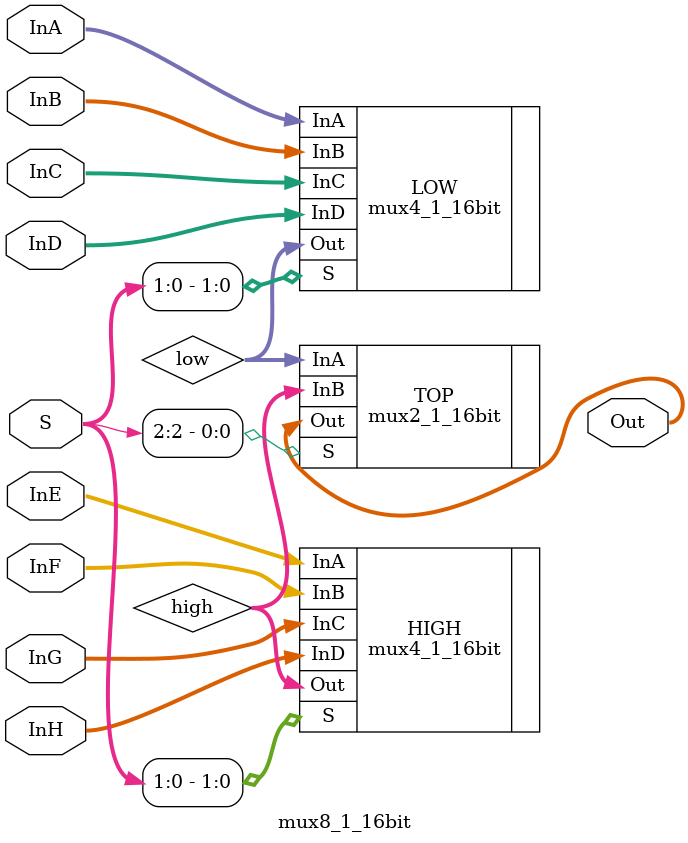
<source format=v>
module mux8_1_16bit(InH, InG, InF, InE, InD, InC, InB, InA, S, Out);
	input  [15:0] InH, InG, InF, InE, InD, InC, InB, InA;
	input  [2:0] S;
	output [15:0] Out;

	wire [15:0] low, high;

	mux4_1_16bit LOW (.InD(InD[15:0]), .InC(InC[15:0]), .InB(InB[15:0]), .InA(InA[15:0]), .S(S[1:0]), .Out(low[15:0]));
	mux4_1_16bit HIGH(.InD(InH[15:0]), .InC(InG[15:0]), .InB(InF[15:0]), .InA(InE[15:0]), .S(S[1:0]), .Out(high[15:0]));

	mux2_1_16bit TOP (.InB(high[15:0]), .InA(low[15:0]), .S(S[2]), .Out(Out[15:0]));
	
endmodule

</source>
